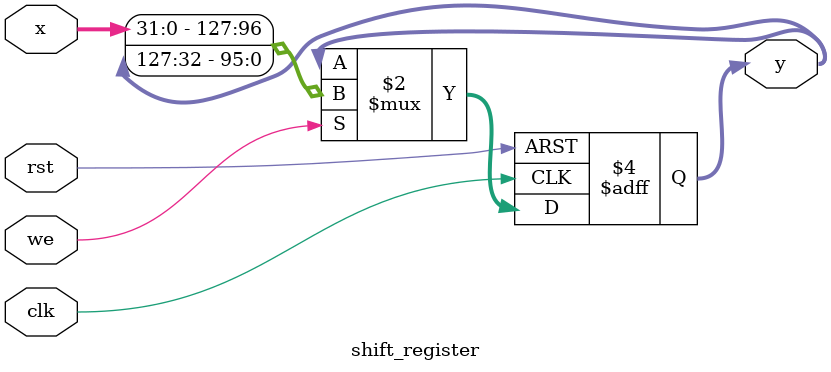
<source format=v>

module shift_register(clk, rst, we, x, y);

  parameter m = 4;    // m amount of n-bit numbers
  parameter n = 32;
  
  // I/O
  input clk, rst;
  input we;
  input [n-1:0] x;
  output reg [m*n-1:0] y;
    
  // D-FlipFlop
  always @(posedge clk or posedge rst)
    if (rst) // Init to zeros
      y <= {m*n{1'b0}};
    else
      if (we) // Shift right n-bit: n bits of x and m*n - n MSB of prev y
        y <= {x, y[m*n-1:n]};
  
endmodule
</source>
